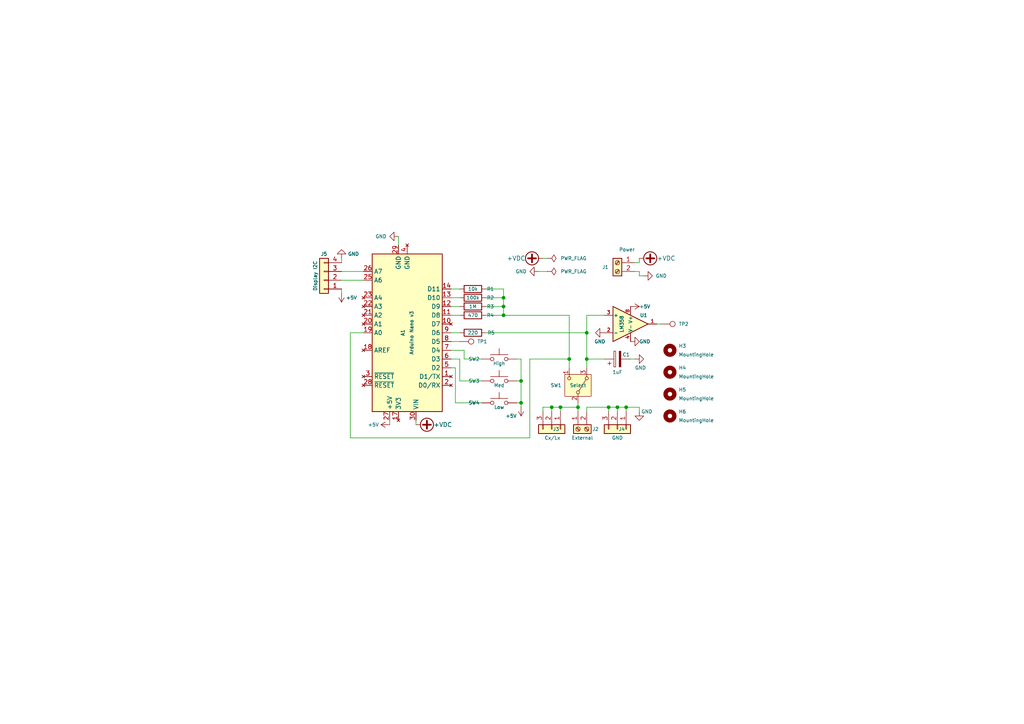
<source format=kicad_sch>
(kicad_sch (version 20230121) (generator eeschema)
  (paper "A4")
  (lib_symbols
    (symbol "+5V_2" (power) (pin_names (offset 0))
      (property "Value" "+5V_2" (at 0 3.556 0))
      (symbol "+5V_2_0_1"
        (polyline (pts (xy -0.762 1.27) (xy 0 2.54)))
        (polyline (pts (xy 0 0) (xy 0 2.54)))
        (polyline (pts (xy 0 2.54) (xy 0.762 1.27)))
      )
      (symbol "+5V_2_1_1"
        (pin power_in line (at 0 0 90) (length 0) hide (name "+5V") (number "1"))
      )
    )
    (symbol "+5V_3" (power) (pin_names (offset 0))
      (property "Value" "+5V_3" (at 0 3.556 0))
      (symbol "+5V_3_0_1"
        (polyline (pts (xy -0.762 1.27) (xy 0 2.54)))
        (polyline (pts (xy 0 0) (xy 0 2.54)))
        (polyline (pts (xy 0 2.54) (xy 0.762 1.27)))
      )
      (symbol "+5V_3_1_1"
        (pin power_in line (at 0 0 90) (length 0) hide (name "+5V") (number "1"))
      )
    )
    (symbol "Connector:Screw_Terminal_01x02" (pin_names (offset 1.016) hide)
      (property "Reference" "J" (at 0 2.54 0))
      (property "Value" "Screw_Terminal_01x02" (at 0 -5.08 0))
      (symbol "Screw_Terminal_01x02_1_1"
        (rectangle (start -1.27 1.27) (end 1.27 -3.81) (stroke (width 0.254)) (fill (type background)))
        (circle (center 0 -2.54) (radius 0.635) (stroke (width 0.1524)))
        (polyline (pts (xy -0.5334 -2.2098) (xy 0.3302 -3.048)) (stroke (width 0.1524)))
        (polyline (pts (xy -0.5334 0.3302) (xy 0.3302 -0.508)) (stroke (width 0.1524)))
        (polyline (pts (xy -0.3556 -2.032) (xy 0.508 -2.8702)) (stroke (width 0.1524)))
        (polyline (pts (xy -0.3556 0.508) (xy 0.508 -0.3302)) (stroke (width 0.1524)))
        (circle (center 0 0) (radius 0.635) (stroke (width 0.1524)))
        (pin passive line (at -5.08 0 0) (length 3.81) (name "Pin_1") (number "1"))
        (pin passive line (at -5.08 -2.54 0) (length 3.81) (name "Pin_2") (number "2"))
      )
    )
    (symbol "Connector:TestPoint" (pin_numbers hide) (pin_names (offset 0.762) hide)
      (property "Reference" "TP" (at 0 6.858 0))
      (property "Value" "TestPoint" (at 0 5.08 0))
      (symbol "TestPoint_0_1"
        (circle (center 0 3.302) (radius 0.762))
      )
      (symbol "TestPoint_1_1"
        (pin passive line (at 0 0 90) (length 2.54) (name "1") (number "1"))
      )
    )
    (symbol "Connector_Generic:Conn_01x03" (pin_names (offset 1.016) hide)
      (property "Reference" "J" (at 0 5.08 0))
      (property "Value" "Conn_01x03" (at 0 -5.08 0))
      (symbol "Conn_01x03_1_1"
        (rectangle (start -1.27 -2.413) (end 0 -2.667) (stroke (width 0.1524)))
        (rectangle (start -1.27 0.127) (end 0 -0.127) (stroke (width 0.1524)))
        (rectangle (start -1.27 2.667) (end 0 2.413) (stroke (width 0.1524)))
        (rectangle (start -1.27 3.81) (end 1.27 -3.81) (stroke (width 0.254)) (fill (type background)))
        (pin passive line (at -5.08 2.54 0) (length 3.81) (name "Pin_1") (number "1"))
        (pin passive line (at -5.08 0 0) (length 3.81) (name "Pin_2") (number "2"))
        (pin passive line (at -5.08 -2.54 0) (length 3.81) (name "Pin_3") (number "3"))
      )
    )
    (symbol "Connector_Generic:Conn_01x04" (pin_names (offset 1.016) hide)
      (property "Reference" "J" (at 0 5.08 0))
      (property "Value" "Conn_01x04" (at 0 -7.62 0))
      (symbol "Conn_01x04_1_1"
        (rectangle (start -1.27 -4.953) (end 0 -5.207) (stroke (width 0.1524)))
        (rectangle (start -1.27 -2.413) (end 0 -2.667) (stroke (width 0.1524)))
        (rectangle (start -1.27 0.127) (end 0 -0.127) (stroke (width 0.1524)))
        (rectangle (start -1.27 2.667) (end 0 2.413) (stroke (width 0.1524)))
        (rectangle (start -1.27 3.81) (end 1.27 -6.35) (stroke (width 0.254)) (fill (type background)))
        (pin passive line (at -5.08 2.54 0) (length 3.81) (name "Pin_1") (number "1"))
        (pin passive line (at -5.08 0 0) (length 3.81) (name "Pin_2") (number "2"))
        (pin passive line (at -5.08 -2.54 0) (length 3.81) (name "Pin_3") (number "3"))
        (pin passive line (at -5.08 -5.08 0) (length 3.81) (name "Pin_4") (number "4"))
      )
    )
    (symbol "Custom:LM358_SingleUnit" (pin_names (offset 0.127))
      (property "Reference" "U" (at 2.54 3.81 0))
      (property "Value" "LM358" (at 2.54 -3.81 0))
      (symbol "LM358_SingleUnit_1_1"
        (polyline (pts (xy -5.08 5.08) (xy 5.08 0) (xy -5.08 -5.08) (xy -5.08 5.08)) (stroke (width 0.254)) (fill (type background)))
        (pin output line (at 7.62 0 180) (length 2.54) (name "~") (number "1"))
        (pin input line (at -7.62 -2.54 0) (length 2.54) (name "-") (number "2"))
        (pin input line (at -7.62 2.54 0) (length 2.54) (name "+") (number "3"))
        (pin power_in line (at 0 -5.08 90) (length 2.54) (name "V-") (number "4"))
        (pin power_in line (at 0 5.08 270) (length 2.54) (name "V+") (number "8"))
      )
    )
    (symbol "Device:C_Polarized" (pin_numbers hide) (pin_names (offset 0.254))
      (property "Reference" "C" (at 0.635 2.54 0))
      (property "Value" "C_Polarized" (at 0.635 -2.54 0))
      (symbol "C_Polarized_0_1"
        (rectangle (start -2.286 0.508) (end 2.286 1.016))
        (polyline (pts (xy -1.778 2.286) (xy -0.762 2.286)))
        (polyline (pts (xy -1.27 2.794) (xy -1.27 1.778)))
        (rectangle (start 2.286 -0.508) (end -2.286 -1.016) (fill (type outline)))
      )
      (symbol "C_Polarized_1_1"
        (pin passive line (at 0 3.81 270) (length 2.794) (name "~") (number "1"))
        (pin passive line (at 0 -3.81 90) (length 2.794) (name "~") (number "2"))
      )
    )
    (symbol "Device:R" (pin_numbers hide) (pin_names (offset 0))
      (property "Reference" "R" (at 2.032 0 90))
      (property "Value" "R" (at 0 0 90))
      (symbol "R_0_1"
        (rectangle (start -1.016 -2.54) (end 1.016 2.54) (stroke (width 0.254)))
      )
      (symbol "R_1_1"
        (pin passive line (at 0 3.81 270) (length 1.27) (name "~") (number "1"))
        (pin passive line (at 0 -3.81 90) (length 1.27) (name "~") (number "2"))
      )
    )
    (symbol "GND_1" (power) (pin_names (offset 0))
      (property "Value" "GND_1" (at 0 -3.81 0))
      (symbol "GND_1_0_1"
        (polyline (pts (xy 0 0) (xy 0 -1.27) (xy 1.27 -1.27) (xy 0 -2.54) (xy -1.27 -1.27) (xy 0 -1.27)))
      )
      (symbol "GND_1_1_1"
        (pin power_in line (at 0 0 270) (length 0) hide (name "GND") (number "1"))
      )
    )
    (symbol "GND_3" (power) (pin_names (offset 0))
      (property "Value" "GND_3" (at 0 -3.81 0))
      (symbol "GND_3_0_1"
        (polyline (pts (xy 0 0) (xy 0 -1.27) (xy 1.27 -1.27) (xy 0 -2.54) (xy -1.27 -1.27) (xy 0 -1.27)))
      )
      (symbol "GND_3_1_1"
        (pin power_in line (at 0 0 270) (length 0) hide (name "GND") (number "1"))
      )
    )
    (symbol "GND_4" (power) (pin_names (offset 0))
      (property "Value" "GND_4" (at 0 -3.81 0))
      (symbol "GND_4_0_1"
        (polyline (pts (xy 0 0) (xy 0 -1.27) (xy 1.27 -1.27) (xy 0 -2.54) (xy -1.27 -1.27) (xy 0 -1.27)))
      )
      (symbol "GND_4_1_1"
        (pin power_in line (at 0 0 270) (length 0) hide (name "GND") (number "1"))
      )
    )
    (symbol "GND_5" (power) (pin_names (offset 0))
      (property "Value" "GND_5" (at 0 -3.81 0))
      (symbol "GND_5_0_1"
        (polyline (pts (xy 0 0) (xy 0 -1.27) (xy 1.27 -1.27) (xy 0 -2.54) (xy -1.27 -1.27) (xy 0 -1.27)))
      )
      (symbol "GND_5_1_1"
        (pin power_in line (at 0 0 270) (length 0) hide (name "GND") (number "1"))
      )
    )
    (symbol "MCU_Module:Arduino_Nano_v3.x"
      (property "Reference" "A1" (at 1.27 0 90))
      (property "Value" "Arduino Nano v3" (at -1.27 0 90))
      (symbol "Arduino_Nano_v3.x_0_1"
        (rectangle (start -10.16 22.86) (end 10.16 -22.86) (stroke (width 0.254)) (fill (type background)))
      )
      (symbol "Arduino_Nano_v3.x_1_1"
        (pin no_connect line (at -12.7 12.7 0) (length 2.54) (name "D1/TX") (number "1"))
        (pin no_connect line (at -12.7 -2.54 0) (length 2.54) (name "D7") (number "10"))
        (pin bidirectional line (at -12.7 -5.08 0) (length 2.54) (name "D8") (number "11"))
        (pin bidirectional line (at -12.7 -7.62 0) (length 2.54) (name "D9") (number "12"))
        (pin bidirectional line (at -12.7 -10.16 0) (length 2.54) (name "D10") (number "13"))
        (pin bidirectional line (at -12.7 -12.7 0) (length 2.54) (name "D11") (number "14"))
        (pin no_connect line (at 2.54 25.4 270) (length 2.54) (name "3V3") (number "17"))
        (pin no_connect line (at 12.7 5.08 180) (length 2.54) (name "AREF") (number "18"))
        (pin bidirectional line (at 12.7 0 180) (length 2.54) (name "A0") (number "19"))
        (pin no_connect line (at -12.7 15.24 0) (length 2.54) (name "D0/RX") (number "2"))
        (pin no_connect line (at 12.7 -2.54 180) (length 2.54) (name "A1") (number "20"))
        (pin no_connect line (at 12.7 -5.08 180) (length 2.54) (name "A2") (number "21"))
        (pin no_connect line (at 12.7 -7.62 180) (length 2.54) (name "A3") (number "22"))
        (pin no_connect line (at 12.7 -10.16 180) (length 2.54) (name "A4") (number "23"))
        (pin bidirectional line (at 12.7 -15.24 180) (length 2.54) (name "A6") (number "25"))
        (pin bidirectional line (at 12.7 -17.78 180) (length 2.54) (name "A7") (number "26"))
        (pin power_out line (at 5.08 25.4 270) (length 2.54) (name "+5V") (number "27"))
        (pin no_connect line (at 12.7 15.24 180) (length 2.54) (name "~{RESET}") (number "28"))
        (pin power_in line (at 2.54 -25.4 90) (length 2.54) (name "GND") (number "29"))
        (pin no_connect line (at 12.7 12.7 180) (length 2.54) (name "~{RESET}") (number "3"))
        (pin power_in line (at -2.54 25.4 270) (length 2.54) (name "VIN") (number "30"))
        (pin no_connect line (at 0 -25.4 90) (length 2.54) (name "GND") (number "4"))
        (pin bidirectional line (at -12.7 10.16 0) (length 2.54) (name "D2") (number "5"))
        (pin bidirectional line (at -12.7 7.62 0) (length 2.54) (name "D3") (number "6"))
        (pin bidirectional line (at -12.7 5.08 0) (length 2.54) (name "D4") (number "7"))
        (pin bidirectional line (at -12.7 2.54 0) (length 2.54) (name "D5") (number "8"))
        (pin bidirectional line (at -12.7 0 0) (length 2.54) (name "D6") (number "9"))
      )
    )
    (symbol "Mechanical:MountingHole" (pin_names (offset 1.016))
      (property "Reference" "H" (at 0 5.08 0))
      (property "Value" "MountingHole" (at 0 3.175 0))
      (symbol "MountingHole_0_1"
        (circle (center 0 0) (radius 1.27) (stroke (width 1.27)))
      )
    )
    (symbol "PWR_FLAG_1" (power) (pin_numbers hide) (pin_names (offset 0) hide)
      (property "Value" "PWR_FLAG_1" (at 0 3.81 0))
      (symbol "PWR_FLAG_1_0_0"
        (pin power_out line (at 0 0 90) (length 0) (name "pwr") (number "1"))
      )
      (symbol "PWR_FLAG_1_0_1"
        (polyline (pts (xy 0 0) (xy 0 1.27) (xy -1.016 1.905) (xy 0 2.54) (xy 1.016 1.905) (xy 0 1.27)))
      )
    )
    (symbol "Switch:SW_Push" (pin_numbers hide) (pin_names (offset 1.016) hide)
      (property "Reference" "SW" (at 1.27 2.54 0))
      (property "Value" "SW_Push" (at 0 -1.524 0))
      (symbol "SW_Push_0_1"
        (circle (center -2.032 0) (radius 0.508))
        (polyline (pts (xy 0 1.27) (xy 0 3.048)))
        (polyline (pts (xy 2.54 1.27) (xy -2.54 1.27)))
        (circle (center 2.032 0) (radius 0.508))
        (pin passive line (at -5.08 0 0) (length 2.54) (name "1") (number "1"))
        (pin passive line (at 5.08 0 180) (length 2.54) (name "2") (number "2"))
      )
    )
    (symbol "Switch:SW_SPDT_321" (pin_names (offset 1) hide)
      (property "Reference" "SW" (at 0 5.08 0))
      (property "Value" "SW_SPDT_321" (at 0 -5.08 0))
      (symbol "SW_SPDT_321_0_1"
        (circle (center -2.032 0) (radius 0.4572))
        (polyline (pts (xy -1.651 0.254) (xy 1.651 2.286)))
        (circle (center 2.032 -2.54) (radius 0.4572))
        (circle (center 2.032 2.54) (radius 0.4572))
      )
      (symbol "SW_SPDT_321_1_1"
        (rectangle (start -3.175 3.81) (end 3.175 -3.81) (fill (type background)))
        (pin passive line (at 5.08 -2.54 180) (length 2.54) (name "C") (number "1"))
        (pin passive line (at -5.08 0 0) (length 2.54) (name "B") (number "2"))
        (pin passive line (at 5.08 2.54 180) (length 2.54) (name "A") (number "3"))
      )
    )
    (symbol "power:+5V" (power) (pin_names (offset 0))
      (property "Value" "+5V" (at 0 3.556 0))
      (symbol "+5V_0_1"
        (polyline (pts (xy -0.762 1.27) (xy 0 2.54)))
        (polyline (pts (xy 0 0) (xy 0 2.54)))
        (polyline (pts (xy 0 2.54) (xy 0.762 1.27)))
      )
      (symbol "+5V_1_1"
        (pin power_in line (at 0 0 90) (length 0) hide (name "+5V") (number "1"))
      )
    )
    (symbol "power:+VDC" (power) (pin_names (offset 0))
      (property "Value" "+VDC" (at 0 6.35 0))
      (symbol "+VDC_0_1"
        (polyline (pts (xy -1.143 3.175) (xy 1.143 3.175)) (stroke (width 0.508)))
        (polyline (pts (xy 0 0) (xy 0 1.27)))
        (polyline (pts (xy 0 2.032) (xy 0 4.318)) (stroke (width 0.508)))
        (circle (center 0 3.175) (radius 1.905) (stroke (width 0.254)))
      )
      (symbol "+VDC_1_1"
        (pin power_in line (at 0 0 90) (length 0) hide (name "+VDC") (number "1"))
      )
    )
    (symbol "power:GND" (power) (pin_names (offset 0))
      (property "Value" "GND" (at 0 -3.81 0))
      (symbol "GND_0_1"
        (polyline (pts (xy 0 0) (xy 0 -1.27) (xy 1.27 -1.27) (xy 0 -2.54) (xy -1.27 -1.27) (xy 0 -1.27)))
      )
      (symbol "GND_1_1"
        (pin power_in line (at 0 0 270) (length 0) hide (name "GND") (number "1"))
      )
    )
    (symbol "power:PWR_FLAG" (power) (pin_numbers hide) (pin_names (offset 0) hide)
      (property "Value" "PWR_FLAG" (at 0 3.81 0))
      (symbol "PWR_FLAG_0_0"
        (pin power_out line (at 0 0 90) (length 0) (name "pwr") (number "1"))
      )
      (symbol "PWR_FLAG_0_1"
        (polyline (pts (xy 0 0) (xy 0 1.27) (xy -1.016 1.905) (xy 0 2.54) (xy 1.016 1.905) (xy 0 1.27)))
      )
    )
  )
  (junction (at 170.18 104.14))
  (junction (at 146.05 86.36))
  (junction (at 162.56 118.11))
  (junction (at 151.13 116.84))
  (junction (at 176.53 118.11))
  (junction (at 165.1 104.14))
  (junction (at 146.05 88.9))
  (junction (at 146.05 91.44))
  (junction (at 179.07 118.11))
  (junction (at 170.18 96.52))
  (junction (at 160.02 118.11))
  (junction (at 167.64 118.11))
  (junction (at 181.61 118.11))
  (junction (at 151.13 110.49))
  (wire (pts (xy 165.1 91.44) (xy 165.1 104.14)))
  (wire (pts (xy 113.03 123.19) (xy 113.03 121.92)))
  (wire (pts (xy 162.56 118.11) (xy 162.56 119.38)))
  (wire (pts (xy 146.05 86.36) (xy 146.05 88.9)))
  (wire (pts (xy 176.53 118.11) (xy 179.07 118.11)))
  (wire (pts (xy 134.62 101.6) (xy 130.81 101.6)))
  (wire (pts (xy 186.69 80.01) (xy 185.42 80.01)))
  (wire (pts (xy 151.13 116.84) (xy 149.86 116.84)))
  (wire (pts (xy 158.75 74.93) (xy 157.48 74.93)))
  (wire (pts (xy 181.61 118.11) (xy 185.42 118.11)))
  (wire (pts (xy 160.02 118.11) (xy 162.56 118.11)))
  (wire (pts (xy 151.13 110.49) (xy 149.86 110.49)))
  (wire (pts (xy 179.07 118.11) (xy 181.61 118.11)))
  (wire (pts (xy 101.6 96.52) (xy 101.6 127)))
  (wire (pts (xy 130.81 86.36) (xy 133.35 86.36)))
  (wire (pts (xy 167.64 118.11) (xy 167.64 119.38)))
  (wire (pts (xy 165.1 104.14) (xy 165.1 106.68)))
  (wire (pts (xy 133.35 99.06) (xy 130.81 99.06)))
  (wire (pts (xy 151.13 104.14) (xy 151.13 110.49)))
  (wire (pts (xy 99.06 78.74) (xy 105.41 78.74)))
  (wire (pts (xy 157.48 118.11) (xy 157.48 119.38)))
  (wire (pts (xy 130.81 88.9) (xy 133.35 88.9)))
  (wire (pts (xy 146.05 91.44) (xy 165.1 91.44)))
  (wire (pts (xy 153.67 127) (xy 153.67 104.14)))
  (wire (pts (xy 191.77 93.98) (xy 190.5 93.98)))
  (wire (pts (xy 130.81 104.14) (xy 133.35 104.14)))
  (wire (pts (xy 162.56 118.11) (xy 167.64 118.11)))
  (wire (pts (xy 170.18 104.14) (xy 170.18 106.68)))
  (wire (pts (xy 132.08 106.68) (xy 132.08 116.84)))
  (wire (pts (xy 170.18 91.44) (xy 175.26 91.44)))
  (wire (pts (xy 99.06 74.93) (xy 99.06 76.2)))
  (wire (pts (xy 170.18 96.52) (xy 170.18 104.14)))
  (wire (pts (xy 140.97 88.9) (xy 146.05 88.9)))
  (wire (pts (xy 146.05 88.9) (xy 146.05 91.44)))
  (wire (pts (xy 167.64 118.11) (xy 167.64 116.84)))
  (wire (pts (xy 176.53 118.11) (xy 176.53 119.38)))
  (wire (pts (xy 115.57 68.58) (xy 115.57 71.12)))
  (wire (pts (xy 140.97 86.36) (xy 146.05 86.36)))
  (wire (pts (xy 130.81 83.82) (xy 133.35 83.82)))
  (wire (pts (xy 181.61 118.11) (xy 181.61 119.38)))
  (wire (pts (xy 149.86 104.14) (xy 151.13 104.14)))
  (wire (pts (xy 170.18 104.14) (xy 175.26 104.14)))
  (wire (pts (xy 130.81 96.52) (xy 133.35 96.52)))
  (wire (pts (xy 170.18 118.11) (xy 170.18 119.38)))
  (wire (pts (xy 133.35 104.14) (xy 133.35 110.49)))
  (wire (pts (xy 134.62 104.14) (xy 139.7 104.14)))
  (wire (pts (xy 151.13 118.11) (xy 151.13 116.84)))
  (wire (pts (xy 185.42 76.2) (xy 185.42 74.93)))
  (wire (pts (xy 185.42 78.74) (xy 185.42 80.01)))
  (wire (pts (xy 140.97 83.82) (xy 146.05 83.82)))
  (wire (pts (xy 132.08 116.84) (xy 139.7 116.84)))
  (wire (pts (xy 105.41 96.52) (xy 101.6 96.52)))
  (wire (pts (xy 184.15 76.2) (xy 185.42 76.2)))
  (wire (pts (xy 130.81 91.44) (xy 133.35 91.44)))
  (wire (pts (xy 170.18 118.11) (xy 176.53 118.11)))
  (wire (pts (xy 170.18 96.52) (xy 170.18 91.44)))
  (wire (pts (xy 158.75 78.74) (xy 156.21 78.74)))
  (wire (pts (xy 120.65 123.19) (xy 120.65 121.92)))
  (wire (pts (xy 140.97 91.44) (xy 146.05 91.44)))
  (wire (pts (xy 134.62 104.14) (xy 134.62 101.6)))
  (wire (pts (xy 130.81 106.68) (xy 132.08 106.68)))
  (wire (pts (xy 99.06 81.28) (xy 105.41 81.28)))
  (wire (pts (xy 151.13 110.49) (xy 151.13 116.84)))
  (wire (pts (xy 185.42 119.38) (xy 185.42 118.11)))
  (wire (pts (xy 184.15 78.74) (xy 185.42 78.74)))
  (wire (pts (xy 101.6 127) (xy 153.67 127)))
  (wire (pts (xy 182.88 104.14) (xy 184.15 104.14)))
  (wire (pts (xy 133.35 110.49) (xy 139.7 110.49)))
  (wire (pts (xy 160.02 118.11) (xy 160.02 119.38)))
  (wire (pts (xy 146.05 83.82) (xy 146.05 86.36)))
  (wire (pts (xy 157.48 118.11) (xy 160.02 118.11)))
  (wire (pts (xy 140.97 96.52) (xy 170.18 96.52)))
  (wire (pts (xy 153.67 104.14) (xy 165.1 104.14)))
  (wire (pts (xy 179.07 118.11) (xy 179.07 119.38)))
  (wire (pts (xy 99.06 85.09) (xy 99.06 83.82)))
  (symbol (lib_id "power:+5V") (at 99.06 85.09 0) (mirror x) (unit 1)
    (property "Reference" "#PWR03" (effects hide))
    (property "Value" "+5V" (at 100.33 86.36 0) (effects (font (size 1 1)) (justify left)))
  )
  (symbol (lib_id "Connector_Generic:Conn_01x04") (at 93.98 81.28 180) (unit 1)
    (property "Reference" "J5" (at 93.98 73.66 0) (effects (font (size 1 1))))
    (property "Value" "Display I2C" (at 91.44 80.01 90) (effects (font (size 1 1))))
    (property "Footprint" "Connector_PinSocket_2.54mm:PinSocket_1x04_P2.54mm_Vertical" (effects hide))
  )
  (symbol (lib_name "GND_4") (lib_id "power:GND") (at 115.57 68.58 270) (unit 1)
    (property "Reference" "#PWR07" (effects hide))
    (property "Value" "GND" (at 110.49 68.58 90) (effects (font (size 1 1))))
  )
  (symbol (lib_id "Connector:TestPoint") (at 191.77 93.98 270) (unit 1)
    (property "Reference" "TP2" (at 196.85 93.98 90) (effects (font (size 1 1)) (justify left)))
    (property "Value" "Bridge" (effects hide))
    (property "Footprint" "TestPoint:TestPoint_THTPad_D2.0mm_Drill1.0mm" (effects hide))
  )
  (symbol (lib_name "GND_1") (lib_id "power:GND") (at 184.15 104.14 90) (unit 1)
    (property "Reference" "#PWR05" (effects hide))
    (property "Value" "GND" (at 184.15 106.68 90) (effects (font (size 1 1)) (justify right)))
  )
  (symbol (lib_id "Mechanical:MountingHole") (at 194.31 101.6 0) (unit 1)
    (property "Reference" "H3" (at 196.85 100.3299 0) (effects (font (size 1 1)) (justify left)))
    (property "Value" "MountingHole" (at 196.85 102.8699 0) (effects (font (size 1 1)) (justify left)))
    (property "Footprint" "MountingHole:MountingHole_2.5mm" (effects hide))
  )
  (symbol (lib_id "Switch:SW_Push") (at 144.78 116.84 0) (unit 1)
    (property "Reference" "SW4" (at 135.89 116.84 0) (effects (font (size 1 1)) (justify left)))
    (property "Value" "Low" (at 144.78 118.11 0) (effects (font (size 1 1))))
    (property "Footprint" "Button_Switch_THT:SW_PUSH_6mm_H7.3mm" (effects hide))
  )
  (symbol (lib_id "Custom:LM358_SingleUnit") (at 182.88 93.98 0) (unit 1)
    (property "Reference" "U1" (at 186.69 91.44 0) (effects (font (size 1 1))))
    (property "Value" "LM358" (at 180.34 93.98 90) (effects (font (size 1 1))))
    (property "Footprint" "Package_DIP:DIP-8_W10.16mm" (effects hide))
    (property "Datasheet" "http://www.ti.com/lit/ds/symlink/lm2904-n.pdf" (effects hide))
  )
  (symbol (lib_id "Device:C_Polarized") (at 179.07 104.14 90) (unit 1)
    (property "Reference" "C1" (at 181.61 102.87 90) (effects (font (size 1 1))))
    (property "Value" "1uF" (at 179.07 107.95 90) (effects (font (size 1 1))))
    (property "Footprint" "Capacitor_THT:CP_Radial_D5.0mm_P2.50mm" (effects hide))
  )
  (symbol (lib_id "power:+VDC") (at 120.65 123.19 270) (unit 1)
    (property "Reference" "#PWR017" (effects hide))
    (property "Value" "+VDC" (at 125.73 123.19 90) (effects (justify left)))
  )
  (symbol (lib_name "+5V_3") (lib_id "power:+5V") (at 151.13 118.11 180) (unit 1)
    (property "Reference" "#PWR08" (effects hide))
    (property "Value" "+5V" (at 149.86 120.65 0) (effects (font (size 1 1)) (justify left)))
  )
  (symbol (lib_id "power:GND") (at 186.69 80.01 90) (unit 1)
    (property "Reference" "#PWR02" (effects hide))
    (property "Value" "GND" (at 191.77 80.01 90) (effects (font (size 1 1))))
  )
  (symbol (lib_id "Device:R") (at 137.16 96.52 270) (unit 1)
    (property "Reference" "R5" (at 143.51 96.52 90) (effects (font (size 1 1)) (justify right)))
    (property "Value" "220" (at 137.16 96.52 90) (effects (font (size 1 1))))
    (property "Footprint" "Resistor_THT:R_Axial_DIN0207_L6.3mm_D2.5mm_P10.16mm_Horizontal" (effects hide))
  )
  (symbol (lib_name "GND_4") (lib_id "power:GND") (at 99.06 74.93 0) (mirror x) (unit 1)
    (property "Reference" "#PWR01" (effects hide))
    (property "Value" "GND" (at 104.14 73.66 0) (effects (font (size 1 1)) (justify right)))
  )
  (symbol (lib_id "Mechanical:MountingHole") (at 194.31 114.3 0) (unit 1)
    (property "Reference" "H5" (at 196.85 113.0299 0) (effects (font (size 1 1)) (justify left)))
    (property "Value" "MountingHole" (at 196.85 115.5699 0) (effects (font (size 1 1)) (justify left)))
    (property "Footprint" "MountingHole:MountingHole_2.5mm" (effects hide))
  )
  (symbol (lib_id "Switch:SW_SPDT_321") (at 167.64 111.76 270) (mirror x) (unit 1)
    (property "Reference" "SW1" (at 161.29 111.76 90) (effects (font (size 1 1))))
    (property "Value" "Select" (at 167.64 111.76 90) (effects (font (size 1 1))))
    (property "Footprint" "Button_Switch_THT:SW_CuK_OS102011MA1QN1_SPDT_Angled" (effects hide))
  )
  (symbol (lib_name "PWR_FLAG_1") (lib_id "power:PWR_FLAG") (at 158.75 74.93 270) (unit 1)
    (property "Reference" "#FLG01" (effects hide))
    (property "Value" "PWR_FLAG" (at 162.56 74.93 90) (effects (font (size 1 1)) (justify left)))
  )
  (symbol (lib_id "Connector:Screw_Terminal_01x02") (at 179.07 76.2 0) (mirror y) (unit 1)
    (property "Reference" "J1" (at 176.53 77.47 0) (effects (font (size 1 1)) (justify left)))
    (property "Value" "Power" (at 184.15 72.39 0) (effects (font (size 1 1)) (justify left)))
    (property "Footprint" "TerminalBlock:TerminalBlock_bornier-2_P5.08mm" (effects hide))
  )
  (symbol (lib_id "Connector_Generic:Conn_01x03") (at 179.07 124.46 270) (unit 1)
    (property "Reference" "J4" (at 180.34 124.46 90) (effects (font (size 1 1))))
    (property "Value" "GND" (at 179.07 127 90) (effects (font (size 1 1))))
    (property "Footprint" "Connector_PinSocket_2.54mm:PinSocket_1x03_P2.54mm_Vertical" (effects hide))
  )
  (symbol (lib_id "Device:R") (at 137.16 83.82 270) (unit 1)
    (property "Reference" "R1" (at 142.24 83.82 90) (effects (font (size 1 1))))
    (property "Value" "10k" (at 137.16 83.82 90) (effects (font (size 1 1))))
    (property "Footprint" "Resistor_THT:R_Axial_DIN0207_L6.3mm_D2.5mm_P10.16mm_Horizontal" (effects hide))
  )
  (symbol (lib_name "GND_1") (lib_id "power:GND") (at 182.88 99.06 90) (unit 1)
    (property "Reference" "#PWR09" (effects hide))
    (property "Value" "GND" (at 185.42 99.06 90) (effects (font (size 1 1)) (justify right)))
  )
  (symbol (lib_id "Device:R") (at 137.16 86.36 270) (unit 1)
    (property "Reference" "R2" (at 142.24 86.36 90) (effects (font (size 1 1))))
    (property "Value" "100k" (at 137.16 86.36 90) (effects (font (size 1 1))))
    (property "Footprint" "Resistor_THT:R_Axial_DIN0207_L6.3mm_D2.5mm_P10.16mm_Horizontal" (effects hide))
  )
  (symbol (lib_id "Switch:SW_Push") (at 144.78 110.49 0) (unit 1)
    (property "Reference" "SW3" (at 135.89 110.49 0) (effects (font (size 1 1)) (justify left)))
    (property "Value" "Med" (at 144.78 111.76 0) (effects (font (size 1 1))))
    (property "Footprint" "Button_Switch_THT:SW_PUSH_6mm_H7.3mm" (effects hide))
  )
  (symbol (lib_id "power:+VDC") (at 185.42 74.93 270) (unit 1)
    (property "Reference" "#PWR015" (effects hide))
    (property "Value" "+VDC" (at 190.5 74.93 90) (effects (justify left)))
  )
  (symbol (lib_id "Mechanical:MountingHole") (at 194.31 120.65 0) (unit 1)
    (property "Reference" "H6" (at 196.85 119.3799 0) (effects (font (size 1 1)) (justify left)))
    (property "Value" "MountingHole" (at 196.85 121.9199 0) (effects (font (size 1 1)) (justify left)))
    (property "Footprint" "MountingHole:MountingHole_2.5mm" (effects hide))
  )
  (symbol (lib_id "power:+VDC") (at 157.48 74.93 90) (unit 1)
    (property "Reference" "#PWR018" (effects hide))
    (property "Value" "+VDC" (at 152.4 74.93 90) (effects (justify left)))
  )
  (symbol (lib_id "MCU_Module:Arduino_Nano_v3.x") (at 118.11 96.52 180) (unit 1)
    (property "Reference" "A1" (at 116.84 96.52 90) (effects (font (size 1 1))))
    (property "Value" "Arduino Nano v3" (at 119.38 96.52 90) (effects (font (size 1 1))))
    (property "Footprint" "Module:Arduino_Nano" (effects hide))
    (property "Datasheet" "http://www.mouser.com/pdfdocs/Gravitech_Arduino_Nano3_0.pdf" (effects hide))
  )
  (symbol (lib_id "Mechanical:MountingHole") (at 194.31 107.95 0) (unit 1)
    (property "Reference" "H4" (at 196.85 106.6799 0) (effects (font (size 1 1)) (justify left)))
    (property "Value" "MountingHole" (at 196.85 109.2199 0) (effects (font (size 1 1)) (justify left)))
    (property "Footprint" "MountingHole:MountingHole_2.5mm" (effects hide))
  )
  (symbol (lib_id "Connector:TestPoint") (at 133.35 99.06 270) (unit 1)
    (property "Reference" "TP1" (at 138.43 99.06 90) (effects (font (size 1 1)) (justify left)))
    (property "Value" "Bridge" (effects hide))
    (property "Footprint" "TestPoint:TestPoint_THTPad_D2.0mm_Drill1.0mm" (effects hide))
  )
  (symbol (lib_id "Device:R") (at 137.16 91.44 270) (unit 1)
    (property "Reference" "R4" (at 142.24 91.44 90) (effects (font (size 1 1))))
    (property "Value" "470" (at 137.16 91.44 90) (effects (font (size 1 1))))
    (property "Footprint" "Resistor_THT:R_Axial_DIN0207_L6.3mm_D2.5mm_P10.16mm_Horizontal" (effects hide))
  )
  (symbol (lib_id "power:PWR_FLAG") (at 158.75 78.74 270) (unit 1)
    (property "Reference" "#FLG02" (effects hide))
    (property "Value" "PWR_FLAG" (at 162.56 78.74 90) (effects (font (size 1 1)) (justify left)))
  )
  (symbol (lib_id "Device:R") (at 137.16 88.9 270) (unit 1)
    (property "Reference" "R3" (at 142.24 88.9 90) (effects (font (size 1 1))))
    (property "Value" "1M" (at 137.16 88.9 90) (effects (font (size 1 1))))
    (property "Footprint" "Resistor_THT:R_Axial_DIN0207_L6.3mm_D2.5mm_P10.16mm_Horizontal" (effects hide))
  )
  (symbol (lib_name "GND_3") (lib_id "power:GND") (at 175.26 96.52 270) (unit 1)
    (property "Reference" "#PWR013" (effects hide))
    (property "Value" "GND" (at 173.99 99.06 90) (effects (font (size 1 1))))
  )
  (symbol (lib_name "GND_5") (lib_id "power:GND") (at 185.42 119.38 0) (unit 1)
    (property "Reference" "#PWR012" (effects hide))
    (property "Value" "GND" (at 189.23 119.38 0) (effects (font (size 1 1)) (justify right)))
  )
  (symbol (lib_id "Connector_Generic:Conn_01x03") (at 160.02 124.46 270) (unit 1)
    (property "Reference" "J3" (at 161.29 124.46 90) (effects (font (size 1 1))))
    (property "Value" "Cx/Lx" (at 162.56 127 90) (effects (font (size 1 1)) (justify right)))
    (property "Footprint" "Connector_PinSocket_2.54mm:PinSocket_1x03_P2.54mm_Vertical" (effects hide))
  )
  (symbol (lib_id "Switch:SW_Push") (at 144.78 104.14 0) (unit 1)
    (property "Reference" "SW2" (at 135.89 104.14 0) (effects (font (size 1 1)) (justify left)))
    (property "Value" "High" (at 144.78 105.41 0) (effects (font (size 1 1))))
    (property "Footprint" "Button_Switch_THT:SW_PUSH_6mm_H7.3mm" (effects hide))
  )
  (symbol (lib_id "Connector:Screw_Terminal_01x02") (at 167.64 124.46 90) (mirror x) (unit 1)
    (property "Reference" "J2" (at 172.72 124.46 90) (effects (font (size 1 1))))
    (property "Value" "External" (at 168.91 127 90) (effects (font (size 1 1))))
    (property "Footprint" "TerminalBlock:TerminalBlock_bornier-2_P5.08mm" (effects hide))
  )
  (symbol (lib_id "power:+5V") (at 182.88 88.9 270) (unit 1)
    (property "Reference" "#PWR010" (effects hide))
    (property "Value" "+5V" (at 185.42 88.9 90) (effects (font (size 1 1)) (justify left)))
  )
  (symbol (lib_name "+5V_2") (lib_id "power:+5V") (at 113.03 123.19 90) (unit 1)
    (property "Reference" "#PWR06" (effects hide))
    (property "Value" "+5V" (at 106.68 123.19 90) (effects (font (size 1 1)) (justify right)))
  )
  (symbol (lib_id "power:GND") (at 156.21 78.74 270) (unit 1)
    (property "Reference" "#PWR04" (effects hide))
    (property "Value" "GND" (at 151.13 78.74 90) (effects (font (size 1 1))))
  )
)
</source>
